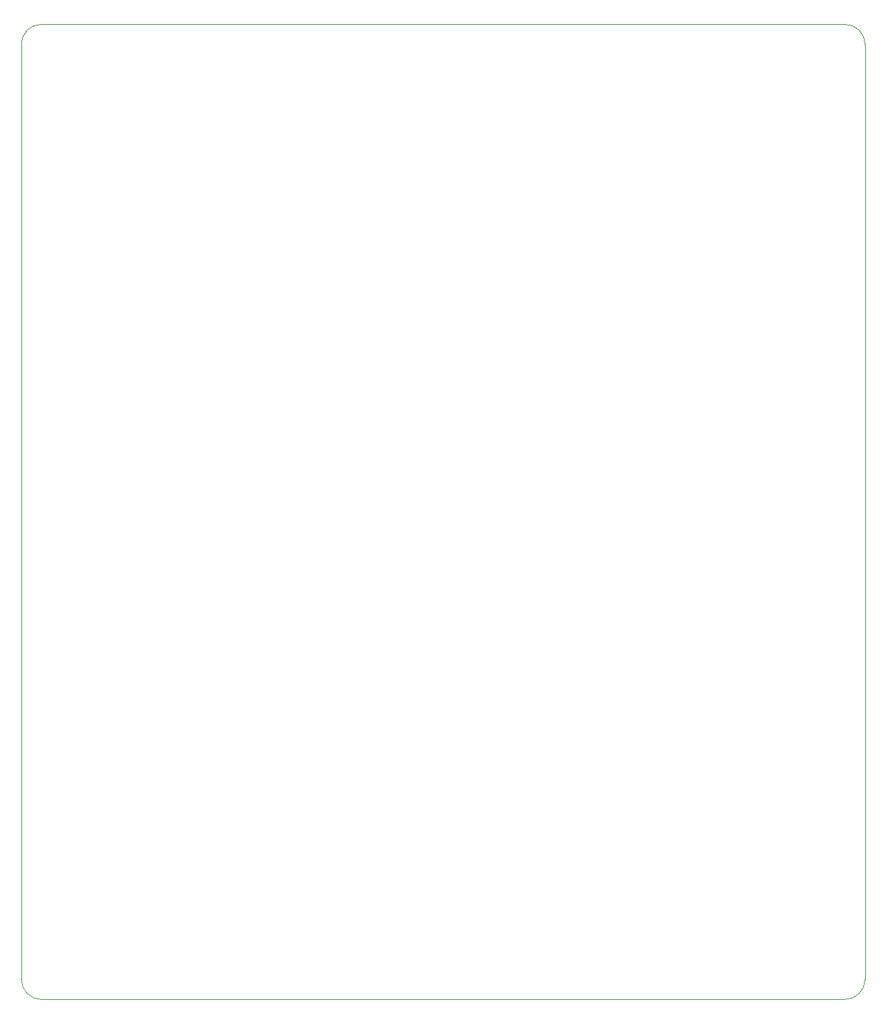
<source format=gm1>
G04 #@! TF.GenerationSoftware,KiCad,Pcbnew,8.0.7*
G04 #@! TF.CreationDate,2025-02-08T09:32:49+01:00*
G04 #@! TF.ProjectId,12VSupport,31325653-7570-4706-9f72-742e6b696361,1.2*
G04 #@! TF.SameCoordinates,Original*
G04 #@! TF.FileFunction,Profile,NP*
%FSLAX46Y46*%
G04 Gerber Fmt 4.6, Leading zero omitted, Abs format (unit mm)*
G04 Created by KiCad (PCBNEW 8.0.7) date 2025-02-08 09:32:49*
%MOMM*%
%LPD*%
G01*
G04 APERTURE LIST*
G04 #@! TA.AperFunction,Profile*
%ADD10C,0.050000*%
G04 #@! TD*
G04 APERTURE END LIST*
D10*
X146050000Y-41910000D02*
X44450000Y-41910000D01*
X41910000Y-44450000D02*
G75*
G02*
X44450000Y-41910000I2540000J0D01*
G01*
X41910000Y-44450000D02*
X41910000Y-162560000D01*
X148590000Y-162560000D02*
G75*
G02*
X146050000Y-165100000I-2540000J0D01*
G01*
X148590000Y-162560000D02*
X148590000Y-44450000D01*
X44450000Y-165100000D02*
G75*
G02*
X41910000Y-162560000I0J2540000D01*
G01*
X146050000Y-41910000D02*
G75*
G02*
X148590000Y-44450000I0J-2540000D01*
G01*
X44450000Y-165100000D02*
X146050000Y-165100000D01*
M02*

</source>
